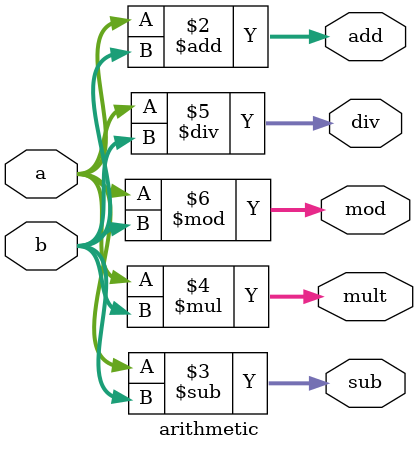
<source format=v>
module arithmetic(a,b,add,sub,mult,div,mod);

  input[2:0]a,b;
  output reg[4:0] add,sub,mult,div,mod;
  always@(a or b)
  begin
    add  = a + b ;   
    sub  = a - b ;
    mult = a * b ;
    div  = a / b ;
    mod  = a % b ;
  end
endmodule

</source>
